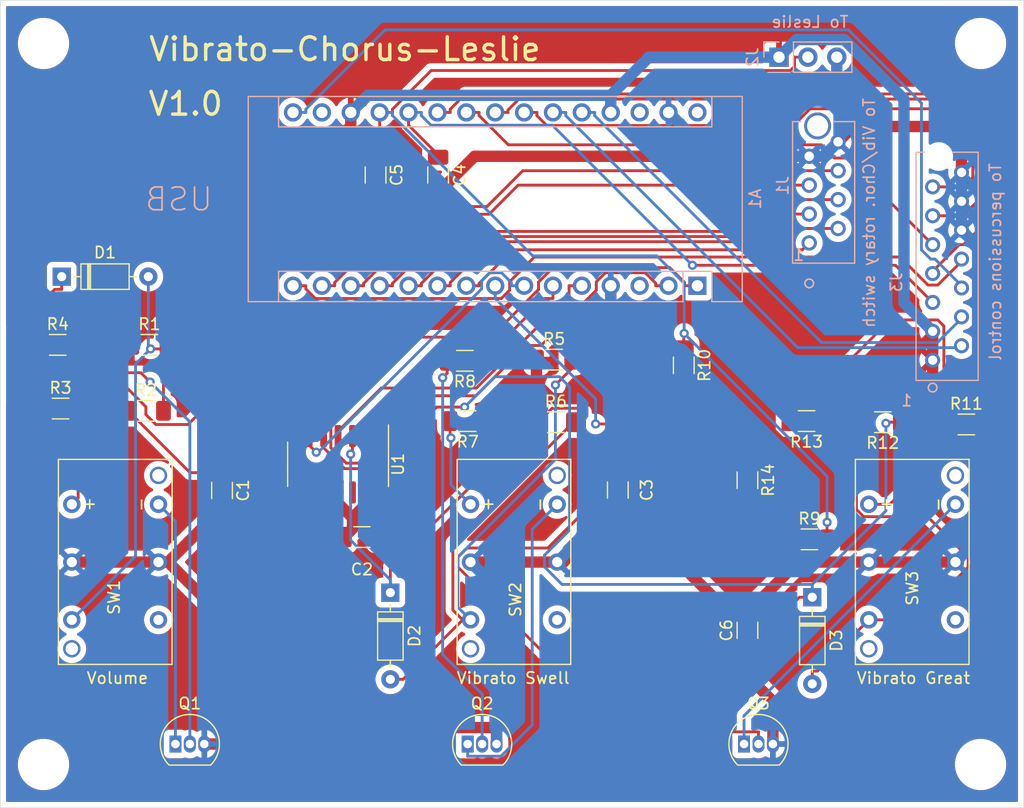
<source format=kicad_pcb>
(kicad_pcb (version 20211014) (generator pcbnew)
  (title_block (title "Vibrato-Chorus-Leslie") (date "2022-02-03") (rev "1.0") (company "Picherie"))
  (layers (0 "F.Cu" signal) (31 "B.Cu" signal) (34 "B.Paste" user) (35 "F.Paste" user) (36 "B.SilkS" user "B.Silkscreen") (37 "F.SilkS" user "F.Silkscreen") (38 "B.Mask" user) (39 "F.Mask" user) (44 "Edge.Cuts" user))
  (net 0 "")
  (net 1 "/VOLUME_SOFT_LED")
  (net 2 "/VOLUME_SWITCH")
  (net 3 "+5V")
  (net 4 "/EXPR_PEDAL")
  (net 5 "GND")
  (net 6 "/VIBRATO_SWELL_SWITCH")
  (net 7 "/PERC_HARM_THIRD_LED")
  (net 8 "/VIBRATO_SWELL_ON_LED")
  (net 9 "/PERC_HARM_SEL_SWITCH")
  (net 10 "/VIBRATO_GREAT_SWITCH")
  (net 11 "/PERC_DELAY_SWITCH")
  (net 12 "/VIBRATO_GREAT_ON_LED")
  (net 13 "/PERC_DELAY_FAST_LED")
  (net 14 "/V2")
  (net 15 "/PERC_VOLUME_SWITCH")
  (net 16 "/V1")
  (net 17 "/PERC_VOLUME_NORMAL_LED")
  (net 18 "/C1")
  (net 19 "/PERC_ON_LED")
  (net 20 "/PERC_SWITCH")
  (net 21 "Net-(C1-Pad1)")
  (net 22 "Net-(D1-Pad2)")
  (net 23 "Net-(D2-Pad2)")
  (net 24 "Net-(D3-Pad2)")
  (net 25 "Net-(A1-Pad19)")
  (net 26 "Net-(C3-Pad1)")
  (net 29 "Net-(Q2-Pad2)")
  (net 30 "Net-(Q2-Pad1)")
  (net 31 "Net-(Q3-Pad1)")
  (net 32 "Net-(Q3-Pad2)")
  (net 33 "Net-(R7-Pad2)")
  (net 36 "/C2")
  (net 37 "/V3")
  (net 38 "/C3")
  (net 39 "Net-(C6-Pad1)")
  (net 40 "Net-(Q1-Pad1)")
  (net 41 "Net-(Q1-Pad2)")
  (net 42 "Net-(R3-Pad2)")
  (net 43 "Net-(R13-Pad2)")
  (footprint "Capacitor_SMD:C_1206_3216Metric_Pad1.33x1.80mm_HandSolder" (layer "F.Cu") (at 125.5 105.1 -90)
    (fp_text reference "C1")
    (fp_text value "1uF" hide)
  )
  (footprint "Capacitor_SMD:C_1206_3216Metric_Pad1.33x1.80mm_HandSolder" (layer "F.Cu") (at 137.8 109.2 180)
    (fp_text reference "C2")
    (fp_text value "100n" hide)
  )
  (footprint "Capacitor_SMD:C_1206_3216Metric_Pad1.33x1.80mm_HandSolder" (layer "F.Cu") (at 160.3 105.0625 -90)
    (fp_text reference "C3")
    (fp_text value "1uF" hide)
  )
  (footprint "Capacitor_SMD:C_1206_3216Metric_Pad1.33x1.80mm_HandSolder" (layer "F.Cu") (at 144.5 77.3625 -90)
    (fp_text reference "C4")
    (fp_text value "100n" hide)
  )
  (footprint "Capacitor_SMD:C_1206_3216Metric_Pad1.33x1.80mm_HandSolder" (layer "F.Cu") (at 139 77.3625 -90)
    (fp_text reference "C5")
    (fp_text value "100n" hide)
  )
  (footprint "Diode_THT:D_DO-35_SOD27_P7.62mm_Horizontal" (layer "F.Cu") (at 140.3 114.09 -90)
    (fp_text reference "D2")
    (fp_text value "1N4148" hide)
  )
  (footprint "Diode_THT:D_DO-35_SOD27_P7.62mm_Horizontal" (layer "F.Cu") (at 177.4 114.49 -90)
    (fp_text reference "D3")
    (fp_text value "1N4148" hide)
  )
  (footprint "Resistor_SMD:R_1206_3216Metric_Pad1.30x1.75mm_HandSolder" (layer "F.Cu") (at 119.113 92.3)
    (fp_text reference "R1")
    (fp_text value "7.5K" hide)
  )
  (footprint "Resistor_SMD:R_1206_3216Metric_Pad1.30x1.75mm_HandSolder" (layer "F.Cu") (at 118.8 98.1)
    (fp_text reference "R2")
    (fp_text value "18K" hide)
  )
  (footprint "Resistor_SMD:R_1206_3216Metric_Pad1.30x1.75mm_HandSolder" (layer "F.Cu") (at 111.3 97.9)
    (fp_text reference "R3")
    (fp_text value "140" hide)
  )
  (footprint "Resistor_SMD:R_1206_3216Metric_Pad1.30x1.75mm_HandSolder" (layer "F.Cu") (at 111.05 92.3)
    (fp_text reference "R4")
    (fp_text value "2.8K" hide)
  )
  (footprint "Resistor_SMD:R_1206_3216Metric_Pad1.30x1.75mm_HandSolder" (layer "F.Cu") (at 154.7 93.6)
    (fp_text reference "R5")
    (fp_text value "7.5K" hide)
  )
  (footprint "Resistor_SMD:R_1206_3216Metric_Pad1.30x1.75mm_HandSolder" (layer "F.Cu") (at 154.85 99.1)
    (fp_text reference "R6")
    (fp_text value "18K" hide)
  )
  (footprint "Resistor_SMD:R_1206_3216Metric_Pad1.30x1.75mm_HandSolder" (layer "F.Cu") (at 147.1 99 180)
    (fp_text reference "R7")
    (fp_text value "140" hide)
  )
  (footprint "Resistor_SMD:R_1206_3216Metric_Pad1.30x1.75mm_HandSolder" (layer "F.Cu") (at 177.15 109.4)
    (fp_text reference "R9")
    (fp_text value "68K" hide)
  )
  (footprint "Resistor_SMD:R_1206_3216Metric_Pad1.30x1.75mm_HandSolder" (layer "F.Cu") (at 166.1 94.1 -90)
    (fp_text reference "R10")
    (fp_text value "68K" hide)
  )
  (footprint "Resistor_SMD:R_1206_3216Metric_Pad1.30x1.75mm_HandSolder" (layer "F.Cu") (at 190.95 99.3)
    (fp_text reference "R11")
    (fp_text value "7.5K" hide)
  )
  (footprint "b3_buttons_library:5511MBLKRED" (layer "F.Cu") (at 116.1 111.4 -90)
    (fp_text reference "SW1")
    (fp_text value "E-SWITCH-SW_Push_LED" hide)
  )
  (footprint "b3_buttons_library:5511MBLKRED" (layer "F.Cu") (at 151.16 111.4 -90)
    (fp_text reference "SW2")
    (fp_text value "E-SWITCH-SW_Push_LED" hide)
  )
  (footprint "b3_buttons_library:5511MBLKRED" (layer "F.Cu") (at 186.18 111.4 -90)
    (fp_text reference "SW3")
    (fp_text value "E-SWITCH-SW_Push_LED" hide)
  )
  (footprint "Resistor_SMD:R_1206_3216Metric_Pad1.30x1.75mm_HandSolder" (layer "F.Cu") (at 146.85 93.7 180)
    (fp_text reference "R8")
    (fp_text value "2.8K" hide)
  )
  (footprint "Capacitor_SMD:C_1206_3216Metric_Pad1.33x1.80mm_HandSolder" (layer "F.Cu") (at 171.7 117.4 90)
    (fp_text reference "C6")
    (fp_text value "1uF" hide)
  )
  (footprint "Package_SO:SOIC-14_3.9x8.7mm_P1.27mm" (layer "F.Cu") (at 135.7 102.8 -90)
    (fp_text reference "U1")
    (fp_text value "74HC14" hide)
  )
  (footprint "Diode_THT:D_DO-35_SOD27_P7.62mm_Horizontal" (layer "F.Cu") (at 111.4 86.3)
    (fp_text reference "D1")
    (fp_text value "1N4148" hide)
  )
  (footprint "MountingHole:MountingHole_3.5mm" (layer "F.Cu") (at 109.8 65.8)
    (fp_text reference "REF0" hide)
    (fp_text value "MountingHole_3.5mm" hide)
  )
  (footprint "MountingHole:MountingHole_3.5mm" (layer "F.Cu") (at 192.2 65.8)
    (fp_text reference "REF1" hide)
    (fp_text value "MountingHole_3.5mm" hide)
  )
  (footprint "MountingHole:MountingHole_3.5mm" (layer "F.Cu") (at 192.2 129.2)
    (fp_text reference "REF2" hide)
    (fp_text value "MountingHole_3.5mm" hide)
  )
  (footprint "MountingHole:MountingHole_3.5mm" (layer "F.Cu") (at 109.8 129.2)
    (fp_text reference "REF3" hide)
    (fp_text value "MountingHole_3.5mm" hide)
  )
  (footprint "Package_TO_SOT_THT:TO-92_Inline" (layer "F.Cu") (at 121.4 127.4)
    (fp_text reference "Q1")
    (fp_text value "BC547" hide)
  )
  (footprint "Package_TO_SOT_THT:TO-92_Inline" (layer "F.Cu") (at 147.1 127.4)
    (fp_text reference "Q2")
    (fp_text value "BC547" hide)
  )
  (footprint "Package_TO_SOT_THT:TO-92_Inline" (layer "F.Cu") (at 171.4 127.4)
    (fp_text reference "Q3")
    (fp_text value "BC547" hide)
  )
  (footprint "Resistor_SMD:R_1206_3216Metric_Pad1.30x1.75mm_HandSolder" (layer "F.Cu") (at 183.6 99.1 180)
    (fp_text reference "R12")
    (fp_text value "18K" hide)
  )
  (footprint "Resistor_SMD:R_1206_3216Metric_Pad1.30x1.75mm_HandSolder" (layer "F.Cu") (at 176.9 99 180)
    (fp_text reference "R13")
    (fp_text value "140" hide)
  )
  (footprint "Resistor_SMD:R_1206_3216Metric_Pad1.30x1.75mm_HandSolder" (layer "F.Cu") (at 171.7 104.2 -90)
    (fp_text reference "R14")
    (fp_text value "2.8K" hide)
  )
  (footprint "Module:Arduino_Nano" (layer "B.Cu") (at 167.3 87.1 90)
    (fp_text reference "A1")
    (fp_text value "Arduino_Nano_v3.x" hide)
  )
  (footprint "b3_connectors_library:MicroMatch_2x04_P1.27mm_Vertical" (layer "B.Cu") (at 177.13 83.337 90)
    (fp_text reference "J1")
    (fp_text value "7-215079-8" hide)
  )
  (footprint "b3_connectors_library:MicroMatch_2x07_P1.27mm_Vertical" (layer "B.Cu") (at 188.03 93.6596 90)
    (fp_text reference "J3")
    (fp_text value "8-215079-4" hide)
  )
  (footprint "Connector_PinHeader_2.54mm:PinHeader_1x03_P2.54mm_Vertical" (layer "B.Cu") (at 174.475 67 -90)
    (fp_text reference "J2")
    (fp_text value "Conn_01x03")
  )
  (gr_line (start 106 133) (end 196 133) (layer "Edge.Cuts") (width 0.05))
  (gr_line (start 196 62) (end 196 133) (layer "Edge.Cuts") (width 0.05))
  (gr_line (start 106 62) (end 106 133) (layer "Edge.Cuts") (width 0.05))
  (gr_line (start 106 62) (end 196 62) (layer "Edge.Cuts") (width 0.05))
  (gr_text "1" (at 176.2 84.4) (layer "B.SilkS") (effects (font (size 1 1)) (justify mirror)))
  (gr_text "USB" (at 121.7 79.5) (layer "B.SilkS") (effects (font (size 2 2)) (justify mirror)))
  (gr_text "To Leslie" (at 177.2 63.9) (layer "B.SilkS") (effects (font (size 1 1)) (justify mirror)))
  (gr_text "To percussions control" (at 193.5 85 90) (layer "B.SilkS") (effects (font (size 1 1)) (justify mirror)))
  (gr_text "1" (at 185.7 97.2) (layer "B.SilkS") (effects (font (size 1 1)) (justify mirror)))
  (gr_text "To Vib/Chor. rotary switch" (at 182.4 80.7 90) (layer "B.SilkS") (effects (font (size 1 1)) (justify mirror)))
  (gr_text "Vibrato Great" (at 186.3 121.6) (layer "F.SilkS") (effects (font (size 1 1))))
  (gr_text "Vibrato Swell" (at 151.1 121.6) (layer "F.SilkS") (effects (font (size 1 1))))
  (gr_text "Volume" (at 116.3 121.6) (layer "F.SilkS") (effects (font (size 1 1))))
  (gr_text "V1.0" (at 122.3 71.1) (layer "F.SilkS") (effects (font (size 2 2) (thickness 0.3))))
  (gr_text "Vibrato-Chorus-Leslie" (at 136.3 66.3) (layer "F.SilkS") (effects (font (size 2 2) (thickness 0.3))))
  (segment (start 116.2578 95.2029) (end 112.4029 95.2029) (width 0.25) (layer "F.Cu") (net 1))
  (segment (start 164.8603 85.5042) (end 154.6042 85.5042) (width 0.25) (layer "F.Cu") (net 1))
  (segment (start 118.8 98.4208) (end 118.8 97.7451) (width 0.25) (layer "F.Cu") (net 1))
  (segment (start 122.508 99.3032) (end 119.6824 99.3032) (width 0.25) (layer "F.Cu") (net 1))
  (segment (start 118.8 97.7451) (end 116.2578 95.2029) (width 0.25) (layer "F.Cu") (net 1))
  (segment (start 153.33 86.7784) (end 153.33 87.4308) (width 0.25) (layer "F.Cu") (net 1))
  (segment (start 130.1907 91.6205) (end 122.508 99.3032) (width 0.25) (layer "F.Cu") (net 1))
  (segment (start 166.1747 86.8186) (end 164.8603 85.5042) (width 0.25) (layer "F.Cu") (net 1))
  (segment (start 153.33 87.4308) (end 149.1403 91.6205) (width 0.25) (layer "F.Cu") (net 1))
  (segment (start 167.3 87.1) (end 166.1747 87.1) (width 0.25) (layer "F.Cu") (net 1))
  (segment (start 166.1747 87.1) (end 166.1747 86.8186) (width 0.25) (layer "F.Cu") (net 1))
  (segment (start 112.4029 95.2029) (end 109.5 92.3) (width 0.25) (layer "F.Cu") (net 1))
  (segment (start 149.1403 91.6205) (end 130.1907 91.6205) (width 0.25) (layer "F.Cu") (net 1))
  (segment (start 154.6042 85.5042) (end 153.33 86.7784) (width 0.25) (layer "F.Cu") (net 1))
  (segment (start 119.6824 99.3032) (end 118.8 98.4208) (width 0.25) (layer "F.Cu") (net 1))
  (segment (start 147.8202 96.7754) (end 141.3945 96.7754) (width 0.25) (layer "F.Cu") (net 2))
  (segment (start 158.41 87.4913) (end 153.5474 92.3539) (width 0.25) (layer "F.Cu") (net 2))
  (segment (start 163.6347 86.8835) (end 162.7057 85.9545) (width 0.25) (layer "F.Cu") (net 2))
  (segment (start 159.2127 85.9545) (end 158.41 86.7572) (width 0.25) (layer "F.Cu") (net 2))
  (segment (start 152.2417 92.3539) (end 147.8202 96.7754) (width 0.25) (layer "F.Cu") (net 2))
  (segment (start 164.76 87.1) (end 163.6347 87.1) (width 0.25) (layer "F.Cu") (net 2))
  (segment (start 141.3945 96.7754) (end 138.24 99.9299) (width 0.25) (layer "F.Cu") (net 2))
  (segment (start 153.5474 92.3539) (end 152.2417 92.3539) (width 0.25) (layer "F.Cu") (net 2))
  (segment (start 158.41 86.7572) (end 158.41 87.4913) (width 0.25) (layer "F.Cu") (net 2))
  (segment (start 163.6347 87.1) (end 163.6347 86.8835) (width 0.25) (layer "F.Cu") (net 2))
  (segment (start 138.24 99.9299) (end 138.24 100.325) (width 0.25) (layer "F.Cu") (net 2))
  (segment (start 162.7057 85.9545) (end 159.2127 85.9545) (width 0.25) (layer "F.Cu") (net 2))
  (segment (start 153.15 95.7185) (end 154.4601 97.0286) (width 1) (layer "F.Cu") (net 3))
  (segment (start 187.9852 97.5231) (end 187.9852 97.8852) (width 1) (layer "F.Cu") (net 3))
  (segment (start 153.15 93.6) (end 153.15 95.7185) (width 1) (layer "F.Cu") (net 3))
  (segment (start 142.436 105.275) (end 139.51 105.275) (width 1) (layer "F.Cu") (net 3))
  (segment (start 154.4601 97.0286) (end 170.7786 97.0286) (width 1) (layer "F.Cu") (net 3))
  (segment (start 175.6 101.85) (end 178.45 99) (width 1) (layer "F.Cu") (net 3))
  (segment (start 149.8685 99) (end 153.15 95.7185) (width 1) (layer "F.Cu") (net 3))
  (segment (start 108.116 91.2997) (end 108.116 96.266) (width 1) (layer "F.Cu") (net 3))
  (segment (start 117.563 92.3) (end 115.9808 90.7178) (width 1) (layer "F.Cu") (net 3))
  (segment (start 139.51 105.275) (end 139.51 109.0525) (width 1) (layer "F.Cu") (net 3))
  (segment (start 136.5027 73.3603) (end 117.563 92.3) (width 1) (layer "F.Cu") (net 3))
  (segment (start 148.65 99) (end 149.8685 99) (width 1) (layer "F.Cu") (net 3))
  (segment (start 187.9852 91.107) (end 187.9852 93.647) (width 1) (layer "F.Cu") (net 3))
  (segment (start 108.6979 90.7178) (end 108.116 91.2997) (width 1) (layer "F.Cu") (net 3))
  (segment (start 178.45 99) (end 179.9269 97.5231) (width 1) (layer "F.Cu") (net 3))
  (segment (start 175.6 109.4) (end 175.6 101.85) (width 1) (layer "F.Cu") (net 3))
  (segment (start 139.51 109.0525) (end 139.3625 109.2) (width 1) (layer "F.Cu") (net 3))
  (segment (start 179.9269 97.5231) (end 187.9852 97.5231) (width 1) (layer "F.Cu") (net 3))
  (segment (start 148.65 99) (end 148.65 99.061) (width 1) (layer "F.Cu") (net 3))
  (segment (start 136.82 71.86) (end 136.82 73.3603) (width 1) (layer "F.Cu") (net 3))
  (segment (start 187.9852 93.647) (end 187.9852 97.5231) (width 1) (layer "F.Cu") (net 3))
  (segment (start 187.9852 97.8852) (end 189.4 99.3) (width 1) (layer "F.Cu") (net 3))
  (segment (start 170.7786 97.0286) (end 175.6 101.85) (width 1) (layer "F.Cu") (net 3))
  (segment (start 108.116 96.266) (end 109.75 97.9) (width 1) (layer "F.Cu") (net 3))
  (segment (start 148.65 99.061) (end 142.436 105.275) (width 1) (layer "F.Cu") (net 3))
  (segment (start 136.82 73.3603) (end 136.5027 73.3603) (width 1) (layer "F.Cu") (net 3))
  (segment (start 115.9808 90.7178) (end 108.6979 90.7178) (width 1) (layer "F.Cu") (net 3))
  (segment (start 174.475 67) (end 163.0397 67) (width 1) (layer "B.Cu") (net 3))
  (segment (start 176.0253 65.4497) (end 174.475 67) (width 1) (layer "B.Cu") (net 3))
  (segment (start 185.4636 70.7102) (end 180.2031 65.4497) (width 1) (layer "B.Cu") (net 3))
  (segment (start 185.4636 88.5854) (end 185.4636 70.7102) (width 1) (layer "B.Cu") (net 3))
  (segment (start 187.9852 91.107) (end 185.4636 88.5854) (width 1) (layer "B.Cu") (net 3))
  (segment (start 159.68 71.86) (end 159.68 70.3597) (width 1) (layer "B.Cu") (net 3))
  (segment (start 138.3203 70.3597) (end 136.82 71.86) (width 1) (layer "B.Cu") (net 3))
  (segment (start 159.68 70.3597) (end 138.3203 70.3597) (width 1) (layer "B.Cu") (net 3))
  (segment (start 163.0397 67) (end 159.68 70.3597) (width 1) (layer "B.Cu") (net 3))
  (segment (start 180.2031 65.4497) (end 176.0253 65.4497) (width 1) (layer "B.Cu") (net 3))
  (segment (start 141.9 72.9853) (end 144.5 75.5853) (width 0.25) (layer "F.Cu") (net 4))
  (segment (start 141.9 71.86) (end 141.9 72.9853) (width 0.25) (layer "F.Cu") (net 4))
  (segment (start 187.9852 88.567) (end 184.7205 85.3023) (width 0.25) (layer "F.Cu") (net 4))
  (segment (start 144.5 75.5853) (end 144.5 75.8) (width 0.25) (layer "F.Cu") (net 4))
  (segment (start 184.7205 85.3023) (end 166.8623 85.3023) (width 0.25) (layer "F.Cu") (net 4))
  (via (at 166.8623 85.3023) (size 0.8) (drill 0.4) (layers "F.Cu" "B.Cu") (net 4))
  (segment (start 143.8692 72.9853) (end 143.0253 72.1414) (width 0.25) (layer "B.Cu") (net 4))
  (segment (start 143.0253 72.1414) (end 143.0253 71.86) (width 0.25) (layer "B.Cu") (net 4))
  (segment (start 141.9 71.86) (end 143.0253 71.86) (width 0.25) (layer "B.Cu") (net 4))
  (segment (start 154.5453 72.9853) (end 143.8692 72.9853) (width 0.25) (layer "B.Cu") (net 4))
  (segment (start 166.8623 85.3023) (end 154.5453 72.9853) (width 0.25) (layer "B.Cu") (net 4))
  (segment (start 126.6156 117.2531) (end 120.7625 111.4) (width 1) (layer "F.Cu") (net 5))
  (segment (start 138.24 106.2275) (end 136.9699 107.4976) (width 1) (layer "F.Cu") (net 5))
  (segment (start 131.89 102.5346) (end 133.16 103.8046) (width 1) (layer "F.Cu") (net 5))
  (segment (start 181.017 73.1) (end 179.67 74.447) (width 1) (layer "F.Cu") (net 5))
  (segment (start 190.525242 77.137005) (end 190.525242 74.125242) (width 1) (layer "F.Cu") (net 5))
  (segment (start 136.9699 108.4676) (end 136.2375 109.2) (width 1) (layer "F.Cu") (net 5))
  (segment (start 139 78.925) (end 144.5 78.925) (width 1) (layer "F.Cu") (net 5))
  (segment (start 133.16 103.8046) (end 133.16 105.275) (width 1) (layer "F.Cu") (net 5))
  (segment (start 189.5 73.1) (end 181.017 73.1) (width 1) (layer "F.Cu") (net 5))
  (segment (start 173.94 123.655) (end 173.94 127.4) (width 1) (layer "F.Cu") (net 5))
  (segment (start 138.24 105.275) (end 138.24 106.2275) (width 1) (layer "F.Cu") (net 5))
  (segment (start 129.6279 102.5346) (end 131.89 102.5346) (width 1) (layer "F.Cu") (net 5))
  (segment (start 159.68 87.1) (end 159.68 89.23) (width 1) (layer "F.Cu") (net 5))
  (segment (start 170.0525 119.7675) (end 173.94 123.655) (width 1) (layer "F.Cu") (net 5))
  (segment (start 133.16 103.8046) (end 133.3781 103.5865) (width 1) (layer "F.Cu") (net 5))
  (segment (start 119.91 111.4) (end 120.7625 111.4) (width 1) (layer "F.Cu") (net 5))
  (segment (start 120.7625 111.4) (end 125.5 106.6625) (width 1) (layer "F.Cu") (net 5))
  (segment (start 160.3 106.625) (end 155.525 111.4) (width 1) (layer "F.Cu") (net 5))
  (segment (start 134.9589 103.5865) (end 135.7 104.3276) (width 1) (layer "F.Cu") (net 5))
  (segment (start 135.7 106.2277) (end 136.9699 107.4976) (width 1) (layer "F.Cu") (net 5))
  (segment (start 136.9699 107.4976) (end 136.9699 108.4676) (width 1) (layer "F.Cu") (net 5))
  (segment (start 133.3781 103.5865) (end 134.9589 103.5865) (width 1) (layer "F.Cu") (net 5))
  (segment (start 135.7 105.275) (end 135.7 106.2277) (width 1) (layer "F.Cu") (net 5))
  (segment (start 149.64 127.4) (end 149.64 125.9497) (width 1) (layer "F.Cu") (net 5))
  (segment (start 112.29 111.4) (end 119.91 111.4) (width 1) (layer "F.Cu") (net 5))
  (segment (start 125.5 106.6625) (end 129.6279 102.5346) (width 1) (layer "F.Cu") (net 5))
  (segment (start 176.1375 111.4) (end 182.37 111.4) (width 1) (layer "F.Cu") (net 5))
  (segment (start 155.525 111.4) (end 154.97 111.4) (width 1) (layer "F.Cu") (net 5))
  (segment (start 126.6156 125.9497) (end 125.1653 127.4) (width 1) (layer "F.Cu") (net 5))
  (segment (start 189.99 111.4) (end 182.37 111.4) (width 1) (layer "F.Cu") (net 5))
  (segment (start 131.89 102.5346) (end 131.89 100.325) (width 1) (layer "F.Cu") (net 5))
  (segment (start 154.97 111.4) (end 147.35 111.4) (width 1) (layer "F.Cu") (net 5))
  (segment (start 160.84 106.625) (end 160.3 106.625) (width 1) (layer "F.Cu") (net 5))
  (segment (start 126.6156 125.9497) (end 126.6156 117.2531) (width 1) (layer "F.Cu") (net 5))
  (segment (start 135.7 104.3276) (end 135.7 105.275) (width 1) (layer "F.Cu") (net 5))
  (segment (start 123.94 127.4) (end 125.1653 127.4) (width 1) (layer "F.Cu") (net 5))
  (segment (start 159.68 89.23) (end 166.1 95.65) (width 1) (layer "F.Cu") (net 5))
  (segment (start 144.5 78.925) (end 147.708 75.717) (width 1) (layer "F.Cu") (net 5))
  (segment (start 171.7 115.8375) (end 170.0525 115.8375) (width 1) (layer "F.Cu") (net 5))
  (segment (start 170.0525 115.8375) (end 170.0525 119.7675) (width 1) (layer "F.Cu") (net 5))
  (segment (start 190.525242 74.125242) (end 189.5 73.1) (width 1) (layer "F.Cu") (net 5))
  (segment (start 147.708 75.717) (end 177.13 75.717) (width 1) (layer "F.Cu") (net 5))
  (segment (start 171.7 115.8375) (end 176.1375 111.4) (width 1) (layer "F.Cu") (net 5))
  (segment (start 149.64 125.9497) (end 126.6156 125.9497) (width 1) (layer "F.Cu") (net 5))
  (segment (start 170.0525 115.8375) (end 160.84 106.625) (width 1) (layer "F.Cu") (net 5))
  (segment (start 179.555 67) (end 179.555 68.5503) (width 1) (layer "B.Cu") (net 5))
  (segment (start 168.617 75.717) (end 164.76 71.86) (width 1) (layer "B.Cu") (net 5))
  (segment (start 191.9377 109.4523) (end 189.99 111.4) (width 1) (layer "B.Cu") (net 5))
  (segment (start 179.7517 68.747) (end 179.7517 74.3653) (width 1) (layer "B.Cu") (net 5))
  (segment (start 177.13 75.717) (end 168.617 75.717) (width 1) (layer "B.Cu") (net 5))
  (segment (start 159.68 106.69) (end 154.97 111.4) (width 1) (layer "B.Cu") (net 5))
  (segment (start 190.5252 79.677) (end 190.5252 82.217) (width 1) (layer "B.Cu") (net 5))
  (segment (start 190.5252 82.217) (end 191.9377 83.6295) (width 1) (layer "B.Cu") (net 5))
  (segment (start 191.9377 83.6295) (end 191.9377 109.4523) (width 1) (layer "B.Cu") (net 5))
  (segment (start 149.64 127.4) (end 149.64 113.69) (width 1) (layer "B.Cu") (net 5))
  (segment (start 179.555 68.5503) (end 179.7517 68.747) (width 1) (layer "B.Cu") (net 5))
  (segment (start 149.64 113.69) (end 147.35 111.4) (width 1) (layer "B.Cu") (net 5))
  (segment (start 190.5252 77.137) (end 190.5252 79.677) (width 1) (layer "B.Cu") (net 5))
  (segment (start 159.68 87.1) (end 159.68 106.69) (width 1) (layer "B.Cu") (net 5))
  (segment (start 178.4 75.717) (end 177.13 75.717) (width 1) (layer "B.Cu") (net 5))
  (segment (start 179.67 74.447) (end 178.4 75.717) (width 1) (layer "B.Cu") (net 5))
  (segment (start 179.7517 74.3653) (end 179.67 74.447) (width 1) (layer "B.Cu") (net 5))
  (segment (start 157.14 87.1) (end 156.0147 87.1) (width 0.25) (layer "F.Cu") (net 6))
  (segment (start 135.7 99.8965) (end 135.7 100.325) (width 0.25) (layer "F.Cu") (net 6))
  (segment (start 147.862 96.0967) (end 139.4998 96.0967) (width 0.25) (layer "F.Cu") (net 6))
  (segment (start 156.0147 87.944) (end 147.862 96.0967) (width 0.25) (layer "F.Cu") (net 6))
  (segment (start 156.0147 87.1) (end 156.0147 87.944) (width 0.25) (layer "F.Cu") (net 6))
  (segment (start 139.4998 96.0967) (end 135.7 99.8965) (width 0.25) (layer "F.Cu") (net 6))
  (segment (start 187.9852 86.027) (end 187.9852 85.8302) (width 0.25) (layer "F.Cu") (net 7))
  (segment (start 146.908 70.236) (end 145.5653 71.5787) (width 0.25) (layer "F.Cu") (net 7))
  (segment (start 190.3284 83.487) (end 190.6981 83.487) (width 0.25) (layer "F.Cu") (net 7))
  (segment (start 145.5653 71.86) (end 144.44 71.86) (width 0.25) (layer "F.Cu") (net 7))
  (segment (start 190.6981 83.487) (end 192.4568 81.7283) (width 0.25) (layer "F.Cu") (net 7))
  (segment (start 190.636 70.236) (end 146.908 70.236) (width 0.25) (layer "F.Cu") (net 7))
  (segment (start 192.4568 81.7283) (end 192.4568 72.0568) (width 0.25) (layer "F.Cu") (net 7))
  (segment (start 192.4568 72.0568) (end 190.636 70.236) (width 0.25) (layer "F.Cu") (net 7))
  (segment (start 187.9852 85.8302) (end 190.3284 83.487) (width 0.25) (layer "F.Cu") (net 7))
  (segment (start 145.5653 71.5787) (end 145.5653 71.86) (width 0.25) (layer "F.Cu") (net 7))
  (segment (start 153.8747 88.2253) (end 148.4 93.7) (width 0.25) (layer "F.Cu") (net 8))
  (segment (start 154.6 87.1) (end 154.6 88.2253) (width 0.25) (layer "F.Cu") (net 8))
  (segment (start 154.6 88.2253) (end 153.8747 88.2253) (width 0.25) (layer "F.Cu") (net 8))
  (segment (start 148.1053 72.1413) (end 150.6735 74.7095) (width 0.25) (layer "F.Cu") (net 9))
  (segment (start 146.98 71.86) (end 148.1053 71.86) (width 0.25) (layer "F.Cu") (net 9))
  (segment (start 180.3745 75.8763) (end 187.9852 83.487) (width 0.25) (layer "F.Cu") (net 9))
  (segment (start 179.3535 75.8763) (end 180.3745 75.8763) (width 0.25) (layer "F.Cu") (net 9))
  (segment (start 178.1867 74.7095) (end 179.3535 75.8763) (width 0.25) (layer "F.Cu") (net 9))
  (segment (start 148.1053 71.86) (end 148.1053 72.1413) (width 0.25) (layer "F.Cu") (net 9))
  (segment (start 150.6735 74.7095) (end 178.1867 74.7095) (width 0.25) (layer "F.Cu") (net 9))
  (segment (start 133.16 101.117) (end 133.7844 101.7414) (width 0.25) (layer "F.Cu") (net 10))
  (segment (start 133.16 100.325) (end 133.16 101.117) (width 0.25) (layer "F.Cu") (net 10))
  (via (at 133.7844 101.7414) (size 0.8) (drill 0.4) (layers "F.Cu" "B.Cu") (net 10))
  (segment (start 150.9347 87.1) (end 150.9347 86.8187) (width 0.25) (layer "B.Cu") (net 10))
  (segment (start 149.0328 85.9587) (end 148.3239 86.6676) (width 0.25) (layer "B.Cu") (net 10))
  (segment (start 150.9347 86.8187) (end 150.0747 85.9587) (width 0.25) (layer "B.Cu") (net 10))
  (segment (start 148.3239 87.3803) (end 133.9628 101.7414) (width 0.25) (layer "B.Cu") (net 10))
  (segment (start 152.06 87.1) (end 150.9347 87.1) (width 0.25) (layer "B.Cu") (net 10))
  (segment (start 133.9628 101.7414) (end 133.7844 101.7414) (width 0.25) (layer "B.Cu") (net 10))
  (segment (start 150.0747 85.9587) (end 149.0328 85.9587) (width 0.25) (layer "B.Cu") (net 10))
  (segment (start 148.3239 86.6676) (end 148.3239 87.3803) (width 0.25) (layer "B.Cu") (net 10))
  (segment (start 150.6453 71.86) (end 149.52 71.86) (width 0.25) (layer "F.Cu") (net 11))
  (segment (start 192.0065 72.6065) (end 190.0863 70.6863) (width 0.25) (layer "F.Cu") (net 11))
  (segment (start 192.0065 79.5905) (end 192.0065 72.6065) (width 0.25) (layer "F.Cu") (net 11))
  (segment (start 190.0863 70.6863) (end 151.602 70.6863) (width 0.25) (layer "F.Cu") (net 11))
  (segment (start 190.65 80.947) (end 192.0065 79.5905) (width 0.25) (layer "F.Cu") (net 11))
  (segment (start 151.602 70.6863) (end 150.6453 71.643) (width 0.25) (layer "F.Cu") (net 11))
  (segment (start 187.9852 80.947) (end 190.65 80.947) (width 0.25) (layer "F.Cu") (net 11))
  (segment (start 150.6453 71.643) (end 150.6453 71.86) (width 0.25) (layer "F.Cu") (net 11))
  (segment (start 158.3506 99.2568) (end 168.3068 99.2568) (width 0.25) (layer "F.Cu") (net 12))
  (segment (start 168.3068 99.2568) (end 171.7 102.65) (width 0.25) (layer "F.Cu") (net 12))
  (via (at 158.3506 99.2568) (size 0.8) (drill 0.4) (layers "F.Cu" "B.Cu") (net 12))
  (segment (start 149.52 88.2253) (end 158.3506 97.0559) (width 0.25) (layer "B.Cu") (net 12))
  (segment (start 149.52 87.1) (end 149.52 88.2253) (width 0.25) (layer "B.Cu") (net 12))
  (segment (start 158.3506 97.0559) (end 158.3506 99.2568) (width 0.25) (layer "B.Cu") (net 12))
  (segment (start 191.5154 77.5766) (end 190.685 78.407) (width 0.25) (layer "F.Cu") (net 13))
  (segment (start 153.1853 72.1413) (end 154.0557 73.0117) (width 0.25) (layer "F.Cu") (net 13))
  (segment (start 190.685 78.407) (end 187.9852 78.407) (width 0.25) (layer "F.Cu") (net 13))
  (segment (start 191.5154 73.1154) (end 191.5154 77.5766) (width 0.25) (layer "F.Cu") (net 13))
  (segment (start 152.06 71.86) (end 153.1853 71.86) (width 0.25) (layer "F.Cu") (net 13))
  (segment (start 154.0557 73.0117) (end 175.7377 73.0117) (width 0.25) (layer "F.Cu") (net 13))
  (segment (start 189.9403 71.5403) (end 191.5154 73.1154) (width 0.25) (layer "F.Cu") (net 13))
  (segment (start 177.2091 71.5403) (end 189.9403 71.5403) (width 0.25) (layer "F.Cu") (net 13))
  (segment (start 153.1853 71.86) (end 153.1853 72.1413) (width 0.25) (layer "F.Cu") (net 13))
  (segment (start 175.7377 73.0117) (end 177.2091 71.5403) (width 0.25) (layer "F.Cu") (net 13))
  (segment (start 175.8563 80.797) (end 173.8777 82.7756) (width 0.25) (layer "F.Cu") (net 14))
  (segment (start 173.8777 82.7756) (end 147.1497 82.7756) (width 0.25) (layer "F.Cu") (net 14))
  (segment (start 143.0253 86.9) (end 143.0253 87.1) (width 0.25) (layer "F.Cu") (net 14))
  (segment (start 177.13 80.797) (end 175.8563 80.797) (width 0.25) (layer "F.Cu") (net 14))
  (segment (start 141.9 87.1) (end 143.0253 87.1) (width 0.25) (layer "F.Cu") (net 14))
  (segment (start 147.1497 82.7756) (end 143.0253 86.9) (width 0.25) (layer "F.Cu") (net 14))
  (segment (start 190.5252 92.377) (end 190.3562 92.546) (width 0.25) (layer "B.Cu") (net 15))
  (segment (start 176.13 92.546) (end 155.7253 72.1413) (width 0.25) (layer "B.Cu") (net 15))
  (segment (start 154.6 71.86) (end 155.7253 71.86) (width 0.25) (layer "B.Cu") (net 15))
  (segment (start 155.7253 72.1413) (end 155.7253 71.86) (width 0.25) (layer "B.Cu") (net 15))
  (segment (start 190.3562 92.546) (end 176.13 92.546) (width 0.25) (layer "B.Cu") (net 15))
  (segment (start 177.13 83.337) (end 176.5271 83.9399) (width 0.25) (layer "F.Cu") (net 16))
  (segment (start 148.1053 86.8955) (end 148.1053 87.1) (width 0.25) (layer "F.Cu") (net 16))
  (segment (start 151.0609 83.9399) (end 148.1053 86.8955) (width 0.25) (layer "F.Cu") (net 16))
  (segment (start 146.98 87.1) (end 148.1053 87.1) (width 0.25) (layer "F.Cu") (net 16))
  (segment (start 176.5271 83.9399) (end 151.0609 83.9399) (width 0.25) (layer "F.Cu") (net 16))
  (segment (start 190.5252 89.971) (end 188.4006 92.0956) (width 0.25) (layer "B.Cu") (net 17))
  (segment (start 190.5252 89.837) (end 190.5252 89.971) (width 0.25) (layer "B.Cu") (net 17))
  (segment (start 178.2196 92.0956) (end 158.2653 72.1413) (width 0.25) (layer "B.Cu") (net 17))
  (segment (start 158.2653 72.1413) (end 158.2653 71.86) (width 0.25) (layer "B.Cu") (net 17))
  (segment (start 188.4006 92.0956) (end 178.2196 92.0956) (width 0.25) (layer "B.Cu") (net 17))
  (segment (start 157.14 71.86) (end 158.2653 71.86) (width 0.25) (layer "B.Cu") (net 17))
  (segment (start 179.67 82.067) (end 175.5414 82.067) (width 0.25) (layer "F.Cu") (net 18))
  (segment (start 149.1581 83.2259) (end 145.5653 86.8187) (width 0.25) (layer "F.Cu") (net 18))
  (segment (start 144.44 87.1) (end 145.5653 87.1) (width 0.25) (layer "F.Cu") (net 18))
  (segment (start 175.5414 82.067) (end 174.3825 83.2259) (width 0.25) (layer "F.Cu") (net 18))
  (segment (start 174.3825 83.2259) (end 149.1581 83.2259) (width 0.25) (layer "F.Cu") (net 18))
  (segment (start 145.5653 86.8187) (end 145.5653 87.1) (width 0.25) (layer "F.Cu") (net 18))
  (segment (start 188.4352 87.0439) (end 187.5812 87.0439) (width 0.25) (layer "F.Cu") (net 19))
  (segment (start 190.5252 84.757) (end 190.5252 84.9539) (width 0.25) (layer "F.Cu") (net 19))
  (segment (start 131.74 87.1) (end 132.8653 87.1) (width 0.25) (layer "F.Cu") (net 19))
  (segment (start 133.7092 88.2253) (end 132.8653 87.3814) (width 0.25) (layer "F.Cu") (net 19))
  (segment (start 150.79 86.7442) (end 150.79 87.4849) (width 0.25) (layer "F.Cu") (net 19))
  (segment (start 152.9573 84.5769) (end 150.79 86.7442) (width 0.25) (layer "F.Cu") (net 19))
  (segment (start 190.5252 84.9539) (end 188.4352 87.0439) (width 0.25) (layer "F.Cu") (net 19))
  (segment (start 150.79 87.4849) (end 150.0496 88.2253) (width 0.25) (layer "F.Cu") (net 19))
  (segment (start 187.5812 87.0439) (end 185.1142 84.5769) (width 0.25) (layer "F.Cu") (net 19))
  (segment (start 132.8653 87.3814) (end 132.8653 87.1) (width 0.25) (layer "F.Cu") (net 19))
  (segment (start 150.0496 88.2253) (end 133.7092 88.2253) (width 0.25) (layer "F.Cu") (net 19))
  (segment (start 185.1142 84.5769) (end 152.9573 84.5769) (width 0.25) (layer "F.Cu") (net 19))
  (segment (start 190.5252 87.297) (end 190.5252 87.1001) (width 0.25) (layer "B.Cu") (net 20))
  (segment (start 186.9995 71.0363) (end 180.5663 64.6031) (width 0.25) (layer "B.Cu") (net 20))
  (segment (start 180.5663 64.6031) (end 139.8409 64.6031) (width 0.25) (layer "B.Cu") (net 20))
  (segment (start 188.1821 84.757) (end 187.8124 84.757) (width 0.25) (layer "B.Cu") (net 20))
  (segment (start 186.9995 83.9441) (end 186.9995 71.0363) (width 0.25) (layer "B.Cu") (net 20))
  (segment (start 190.5252 87.1001) (end 188.1821 84.757) (width 0.25) (layer "B.Cu") (net 20))
  (segment (start 187.8124 84.757) (end 186.9995 83.9441) (width 0.25) (layer "B.Cu") (net 20))
  (segment (start 131.74 71.86) (end 132.8653 71.86) (width 0.25) (layer "B.Cu") (net 20))
  (segment (start 132.8653 71.5787) (end 132.8653 71.86) (width 0.25) (layer "B.Cu") (net 20))
  (segment (start 139.8409 64.6031) (end 132.8653 71.5787) (width 0.25) (layer "B.Cu") (net 20))
  (segment (start 110.7846 87.4253) (end 107.2906 90.9193) (width 0.25) (layer "F.Cu") (net 21))
  (segment (start 107.2906 90.9193) (end 107.2906 97.2805) (width 0.25) (layer "F.Cu") (net 21))
  (segment (start 135.065 99.2448) (end 134.7966 98.9764) (width 0.25) (layer "F.Cu") (net 21))
  (segment (start 111.3 97.5989) (end 112.212 96.6869) (width 0.25) (layer "F.Cu") (net 21))
  (segment (start 110.4563 99.11) (end 111.3 98.2663) (width 0.25) (layer "F.Cu") (net 21))
  (segment (start 134.7966 98.9764) (end 130.0611 98.9764) (width 0.25) (layer "F.Cu") (net 21))
  (segment (start 111.4 86.3) (end 111.4 87.4253) (width 0.25) (layer "F.Cu") (net 21))
  (segment (start 117.25 98.1) (end 122.6875 103.5375) (width 0.25) (layer "F.Cu") (net 21))
  (segment (start 137.5308 102.7021) (end 136.4231 102.7021) (width 0.25) (layer "F.Cu") (net 21))
  (segment (start 112.212 96.6869) (end 115.8369 96.6869) (width 0.25) (layer "F.Cu") (net 21))
  (segment (start 130.0611 98.9764) (end 125.5 103.5375) (width 0.25) (layer "F.Cu") (net 21))
  (segment (start 139.51 100.325) (end 139.51 100.7229) (width 0.25) (layer "F.Cu") (net 21))
  (segment (start 111.4 87.4253) (end 110.7846 87.4253) (width 0.25) (layer "F.Cu") (net 21))
  (segment (start 122.6875 103.5375) (end 125.5 103.5375) (width 0.25) (layer "F.Cu") (net 21))
  (segment (start 109.1201 99.11) (end 110.4563 99.11) (width 0.25) (layer "F.Cu") (net 21))
  (segment (start 111.3 98.2663) (end 111.3 97.5989) (width 0.25) (layer "F.Cu") (net 21))
  (segment (start 115.8369 96.6869) (end 117.25 98.1) (width 0.25) (layer "F.Cu") (net 21))
  (segment (start 136.4231 102.7021) (end 135.065 101.344) (width 0.25) (layer "F.Cu") (net 21))
  (segment (start 107.2906 97.2805) (end 109.1201 99.11) (width 0.25) (layer "F.Cu") (net 21))
  (segment (start 139.51 100.7229) (end 137.5308 102.7021) (width 0.25) (layer "F.Cu") (net 21))
  (segment (start 135.065 101.344) (end 135.065 99.2448) (width 0.25) (layer "F.Cu") (net 21))
  (segment (start 120.35 98.1) (end 120.35 92.6984) (width 0.25) (layer "F.Cu") (net 22))
  (segment (start 120.35 92.6984) (end 120.3073 92.6557) (width 0.25) (layer "F.Cu") (net 22))
  (segment (start 119.2111 92.6557) (end 120.3073 92.6557) (width 0.25) (layer "F.Cu") (net 22))
  (segment (start 120.3073 92.6557) (end 120.663 92.3) (width 0.25) (layer "F.Cu") (net 22))
  (via (at 119.2111 92.6557) (size 0.8) (drill 0.4) (layers "F.Cu" "B.Cu") (net 22))
  (segment (start 117.8947 110.8753) (end 117.8947 93.9721) (width 0.25) (layer "B.Cu") (net 22))
  (segment (start 117.8947 93.9721) (end 119.2111 92.6557) (width 0.25) (layer "B.Cu") (net 22))
  (segment (start 119.02 92.4646) (end 119.02 87.4253) (width 0.25) (layer "B.Cu") (net 22))
  (segment (start 119.02 86.3) (end 119.02 87.4253) (width 0.25) (layer "B.Cu") (net 22))
  (segment (start 119.2111 92.6557) (end 119.02 92.4646) (width 0.25) (layer "B.Cu") (net 22))
  (segment (start 112.29 116.48) (end 117.8947 110.8753) (width 0.25) (layer "B.Cu") (net 22))
  (segment (start 145.7971 115.6218) (end 146.6553 116.48) (width 0.25) (layer "F.Cu") (net 23))
  (segment (start 154.8132 95.8257) (end 156.25 94.3889) (width 0.25) (layer "F.Cu") (net 23))
  (segment (start 156.4 99.1) (end 145.7971 109.7029) (width 0.25) (layer "F.Cu") (net 23))
  (segment (start 145.7971 109.7029) (end 145.7971 115.6218) (width 0.25) (layer "F.Cu") (net 23))
  (segment (start 146.6553 116.48) (end 141.4253 121.71) (width 0.25) (layer "F.Cu") (net 23))
  (segment (start 156.25 94.3889) (end 156.25 93.6) (width 0.25) (layer "F.Cu") (net 23))
  (segment (start 147.35 116.48) (end 146.6553 116.48) (width 0.25) (layer "F.Cu") (net 23))
  (segment (start 140.3 121.71) (end 141.4253 121.71) (width 0.25) (layer "F.Cu") (net 23))
  (via (at 154.8132 95.8257) (size 0.8) (drill 0.4) (layers "F.Cu" "B.Cu") (net 23))
  (segment (start 146.2394 115.3694) (end 146.2394 110.9454) (width 0.25) (layer "B.Cu") (net 23))
  (segment (start 154.8132 102.3716) (end 154.8132 95.8257) (width 0.25) (layer "B.Cu") (net 23))
  (segment (start 147.35 116.48) (end 146.2394 115.3694) (width 0.25) (layer "B.Cu") (net 23))
  (segment (start 146.2394 110.9454) (end 154.8132 102.3716) (width 0.25) (layer "B.Cu") (net 23))
  (segment (start 187.4264 107.2947) (end 187.4264 104.3736) (width 0.25) (layer "F.Cu") (net 24))
  (segment (start 191.1075 110.9758) (end 191.1075 111.848) (width 0.25) (layer "F.Cu") (net 24))
  (segment (start 181.9196 107.4073) (end 187.3138 107.4073) (width 0.25) (layer "F.Cu") (net 24))
  (segment (start 186.4755 116.48) (end 182.37 116.48) (width 0.25) (layer "F.Cu") (net 24))
  (segment (start 187.4264 104.3736) (end 192.5 99.3) (width 0.25) (layer "F.Cu") (net 24))
  (segment (start 177.4 122.11) (end 177.4 120.9847) (width 0.25) (layer "F.Cu") (net 24))
  (segment (start 181.2827 106.7704) (end 181.9196 107.4073) (width 0.25) (layer "F.Cu") (net 24))
  (segment (start 181.2827 99.8673) (end 181.2827 106.7704) (width 0.25) (layer "F.Cu") (net 24))
  (segment (start 191.1075 111.848) (end 186.4755 116.48) (width 0.25) (layer "F.Cu") (net 24))
  (segment (start 177.8653 120.9847) (end 182.37 116.48) (width 0.25) (layer "F.Cu") (net 24))
  (segment (start 187.3138 107.4073) (end 187.4264 107.2947) (width 0.25) (layer "F.Cu") (net 24))
  (segment (start 182.05 99.1) (end 181.2827 99.8673) (width 0.25) (layer "F.Cu") (net 24))
  (segment (start 187.4264 107.2947) (end 191.1075 110.9758) (width 0.25) (layer "F.Cu") (net 24))
  (segment (start 177.4 120.9847) (end 177.8653 120.9847) (width 0.25) (layer "F.Cu") (net 24))
  (segment (start 177.015 67) (end 175.8397 67) (width 0.25) (layer "F.Cu") (net 25))
  (segment (start 139 75.8) (end 139.36 75.44) (width 0.25) (layer "F.Cu") (net 25))
  (segment (start 166.1367 91.2949) (end 166.1 91.3316) (width 0.25) (layer "F.Cu") (net 25))
  (segment (start 175.8397 67.8081) (end 175.4725 68.1753) (width 0.25) (layer "F.Cu") (net 25))
  (segment (start 139.36 75.44) (end 139.36 71.86) (width 0.25) (layer "F.Cu") (net 25))
  (segment (start 139.36 71.86) (end 140.4853 71.86) (width 0.25) (layer "F.Cu") (net 25))
  (segment (start 178.7 107.8972) (end 178.7 109.4) (width 0.25) (layer "F.Cu") (net 25))
  (segment (start 175.4725 68.1753) (end 143.8887 68.1753) (width 0.25) (layer "F.Cu") (net 25))
  (segment (start 166.1 91.3316) (end 166.1 92.55) (width 0.25) (layer "F.Cu") (net 25))
  (segment (start 175.8397 67) (end 175.8397 67.8081) (width 0.25) (layer "F.Cu") (net 25))
  (segment (start 143.8887 68.1753) (end 140.4853 71.5787) (width 0.25) (layer "F.Cu") (net 25))
  (segment (start 140.4853 71.5787) (end 140.4853 71.86) (width 0.25) (layer "F.Cu") (net 25))
  (via (at 166.1367 91.2949) (size 0.8) (drill 0.4) (layers "F.Cu" "B.Cu") (net 25))
  (via (at 178.7 107.8972) (size 0.8) (drill 0.4) (layers "F.Cu" "B.Cu") (net 25))
  (segment (start 152.8174 84.4734) (end 163.725 84.4734) (width 0.25) (layer "B.Cu") (net 25))
  (segment (start 166.1367 91.2949) (end 178.7 103.8582) (width 0.25) (layer "B.Cu") (net 25))
  (segment (start 166.1367 86.8851) (end 166.1367 91.2949) (width 0.25) (layer "B.Cu") (net 25))
  (segment (start 178.7 103.8582) (end 178.7 107.8972) (width 0.25) (layer "B.Cu") (net 25))
  (segment (start 163.725 84.4734) (end 166.1367 86.8851) (width 0.25) (layer "B.Cu") (net 25))
  (segment (start 139.36 71.86) (end 140.4853 71.86) (width 0.25) (layer "B.Cu") (net 25))
  (segment (start 140.4853 71.86) (end 140.4853 72.1413) (width 0.25) (layer "B.Cu") (net 25))
  (segment (start 140.4853 72.1413) (end 152.8174 84.4734) (width 0.25) (layer "B.Cu") (net 25))
  (segment (start 154.5237 97.8763) (end 157.0259 97.8763) (width 0.25) (layer "F.Cu") (net 26))
  (segment (start 153.0044 99.1) (end 153.3 99.1) (width 0.25) (layer "F.Cu") (net 26))
  (segment (start 140.3 111.8044) (end 153.0044 99.1) (width 0.25) (layer "F.Cu") (net 26))
  (segment (start 136.97 100.325) (end 136.97 101.7495) (width 0.25) (layer "F.Cu") (net 26))
  (segment (start 140.3 114.09) (end 140.3 111.8044) (width 0.25) (layer "F.Cu") (net 26))
  (segment (start 136.97 101.7495) (end 136.8082 101.9113) (width 0.25) (layer "F.Cu") (net 26))
  (segment (start 157.3764 100.5764) (end 160.3 103.5) (width 0.25) (layer "F.Cu") (net 26))
  (segment (start 153.3 99.1) (end 154.5237 97.8763) (width 0.25) (layer "F.Cu") (net 26))
  (segment (start 157.3764 98.2268) (end 157.3764 100.5764) (width 0.25) (layer "F.Cu") (net 26))
  (segment (start 157.0259 97.8763) (end 157.3764 98.2268) (width 0.25) (layer "F.Cu") (net 26))
  (via (at 136.8082 101.9113) (size 0.8) (drill 0.4) (layers "F.Cu" "B.Cu") (net 26))
  (segment (start 140.3 112.9647) (end 136.8082 109.4729) (width 0.25) (layer "B.Cu") (net 26))
  (segment (start 140.3 114.09) (end 140.3 112.9647) (width 0.25) (layer "B.Cu") (net 26))
  (segment (start 136.8082 109.4729) (end 136.8082 101.9113) (width 0.25) (layer "B.Cu") (net 26))
  (segment (start 145.3 94.79) (end 144.9 95.19) (width 0.25) (layer "F.Cu") (net 29))
  (segment (start 145.3 93.7) (end 145.3 94.79) (width 0.25) (layer "F.Cu") (net 29))
  (via (at 144.9 95.19) (size 0.8) (drill 0.4) (layers "F.Cu" "B.Cu") (net 29))
  (segment (start 148.37 127.4) (end 148.37 123.0071) (width 0.25) (layer "B.Cu") (net 29))
  (segment (start 144.9 119.5371) (end 144.9 95.19) (width 0.25) (layer "B.Cu") (net 29))
  (segment (start 148.37 123.0071) (end 144.9 119.5371) (width 0.25) (layer "B.Cu") (net 29))
  (segment (start 150.0266 128.4753) (end 152.7738 125.7281) (width 0.25) (layer "B.Cu") (net 30))
  (segment (start 147.1 128.4753) (end 150.0266 128.4753) (width 0.25) (layer "B.Cu") (net 30))
  (segment (start 152.7738 108.5162) (end 154.97 106.32) (width 0.25) (layer "B.Cu") (net 30))
  (segment (start 147.1 127.4) (end 147.1 128.4753) (width 0.25) (layer "B.Cu") (net 30))
  (segment (start 152.7738 125.7281) (end 152.7738 108.5162) (width 0.25) (layer "B.Cu") (net 30))
  (segment (start 171.4 124.91) (end 189.99 106.32) (width 0.25) (layer "B.Cu") (net 31))
  (segment (start 171.4 127.4) (end 171.4 124.91) (width 0.25) (layer "B.Cu") (net 31))
  (segment (start 158.6717 105.6361) (end 154.1451 110.1627) (width 0.25) (layer "F.Cu") (net 32))
  (segment (start 154.1451 110.1627) (end 147.0483 110.1627) (width 0.25) (layer "F.Cu") (net 32))
  (segment (start 160.7243 126.3247) (end 172.67 126.3247) (width 0.25) (layer "F.Cu") (net 32))
  (segment (start 147.0483 110.1627) (end 146.248 110.963) (width 0.25) (layer "F.Cu") (net 32))
  (segment (start 172.67 127.4) (end 172.67 126.3247) (width 0.25) (layer "F.Cu") (net 32))
  (segment (start 146.248 111.8484) (end 160.7243 126.3247) (width 0.25) (layer "F.Cu") (net 32))
  (segment (start 171.7 105.75) (end 171.5861 105.6361) (width 0.25) (layer "F.Cu") (net 32))
  (segment (start 171.5861 105.6361) (end 158.6717 105.6361) (width 0.25) (layer "F.Cu") (net 32))
  (segment (start 146.248 110.963) (end 146.248 111.8484) (width 0.25) (layer "F.Cu") (net 32))
  (segment (start 145.55 99) (end 145.55 100.4062) (width 0.25) (layer "F.Cu") (net 33))
  (segment (start 145.55 100.4062) (end 145.6253 100.4815) (width 0.25) (layer "F.Cu") (net 33))
  (via (at 145.6253 100.4815) (size 0.8) (drill 0.4) (layers "F.Cu" "B.Cu") (net 33))
  (segment (start 145.6253 104.5953) (end 145.6253 100.4815) (width 0.25) (layer "B.Cu") (net 33))
  (segment (start 147.35 106.32) (end 145.6253 104.5953) (width 0.25) (layer "B.Cu") (net 33))
  (segment (start 179.67 79.527) (end 173.1015 79.527) (width 0.25) (layer "F.Cu") (net 36))
  (segment (start 170.3032 82.3253) (end 145.0554 82.3253) (width 0.25) (layer "F.Cu") (net 36))
  (segment (start 173.1015 79.527) (end 170.3032 82.3253) (width 0.25) (layer "F.Cu") (net 36))
  (segment (start 140.4853 86.8954) (end 140.4853 87.1) (width 0.25) (layer "F.Cu") (net 36))
  (segment (start 145.0554 82.3253) (end 140.4853 86.8954) (width 0.25) (layer "F.Cu") (net 36))
  (segment (start 139.36 87.1) (end 140.4853 87.1) (width 0.25) (layer "F.Cu") (net 36))
  (segment (start 144.0262 80.8146) (end 148.978 80.8146) (width 0.25) (layer "F.Cu") (net 37))
  (segment (start 151.5356 78.257) (end 177.13 78.257) (width 0.25) (layer "F.Cu") (net 37))
  (segment (start 148.978 80.8146) (end 151.5356 78.257) (width 0.25) (layer "F.Cu") (net 37))
  (segment (start 136.82 87.1) (end 137.9453 87.1) (width 0.25) (layer "F.Cu") (net 37))
  (segment (start 137.9453 87.1) (end 137.9453 86.8955) (width 0.25) (layer "F.Cu") (net 37))
  (segment (start 137.9453 86.8955) (end 144.0262 80.8146) (width 0.25) (layer "F.Cu") (net 37))
  (segment (start 179.67 76.987) (end 151.9438 76.987) (width 0.25) (layer "F.Cu") (net 38))
  (segment (start 135.4053 86.8187) (end 135.4053 87.1) (width 0.25) (layer "F.Cu") (net 38))
  (segment (start 148.7916 80.1392) (end 142.0848 80.1392) (width 0.25) (layer "F.Cu") (net 38))
  (segment (start 134.28 87.1) (end 135.4053 87.1) (width 0.25) (layer "F.Cu") (net 38))
  (segment (start 151.9438 76.987) (end 148.7916 80.1392) (width 0.25) (layer "F.Cu") (net 38))
  (segment (start 142.0848 80.1392) (end 135.4053 86.8187) (width 0.25) (layer "F.Cu") (net 38))
  (segment (start 183.9755 99.1) (end 183.8756 99.1999) (width 0.25) (layer "F.Cu") (net 39))
  (segment (start 185.15 99.1) (end 183.9755 99.1) (width 0.25) (layer "F.Cu") (net 39))
  (segment (start 134.43 100.325) (end 134.43 101.3459) (width 0.25) (layer "F.Cu") (net 39))
  (segment (start 138.9661 103.183) (end 144.3764 97.7727) (width 0.25) (layer "F.Cu") (net 39))
  (segment (start 136.2671 103.183) (end 138.9661 103.183) (width 0.25) (layer "F.Cu") (net 39))
  (segment (start 177.4 114.49) (end 176.2747 114.49) (width 0.25) (layer "F.Cu") (net 39))
  (segment (start 176.2747 114.49) (end 171.8022 118.9625) (width 0.25) (layer "F.Cu") (net 39))
  (segment (start 144.3764 97.7727) (end 146.8287 97.7727) (width 0.25) (layer "F.Cu") (net 39))
  (segment (start 171.8022 118.9625) (end 171.7 118.9625) (width 0.25) (layer "F.Cu") (net 39))
  (segment (start 134.43 101.3459) (end 136.2671 103.183) (width 0.25) (layer "F.Cu") (net 39))
  (via (at 146.8287 97.7727) (size 0.8) (drill 0.4) (layers "F.Cu" "B.Cu") (net 39))
  (via (at 183.8756 99.1999) (size 0.8) (drill 0.4) (layers "F.Cu" "B.Cu") (net 39))
  (segment (start 153.8555 111.8234) (end 153.8555 110.7903) (width 0.25) (layer "B.Cu") (net 39))
  (segment (start 153.8555 110.7903) (end 156.0584 108.5874) (width 0.25) (layer "B.Cu") (net 39))
  (segment (start 155.3968 113.3647) (end 153.8555 111.8234) (width 0.25) (layer "B.Cu") (net 39))
  (segment (start 156.0584 108.5874) (end 156.0584 95.9928) (width 0.25) (layer "B.Cu") (net 39))
  (segment (start 183.8756 106.8891) (end 177.4 113.3647) (width 0.25) (layer "B.Cu") (net 39))
  (segment (start 177.4 113.3647) (end 155.3968 113.3647) (width 0.25) (layer "B.Cu") (net 39))
  (segment (start 177.4 114.49) (end 177.4 113.3647) (width 0.25) (layer "B.Cu") (net 39))
  (segment (start 156.0584 95.9928) (end 155.1659 95.1003) (width 0.25) (layer "B.Cu") (net 39))
  (segment (start 155.1659 95.1003) (end 149.5011 95.1003) (width 0.25) (layer "B.Cu") (net 39))
  (segment (start 183.8756 99.1999) (end 183.8756 106.8891) (width 0.25) (layer "B.Cu") (net 39))
  (segment (start 149.5011 95.1003) (end 146.8287 97.7727) (width 0.25) (layer "B.Cu") (net 39))
  (segment (start 121.4 107.81) (end 119.91 106.32) (width 0.25) (layer "B.Cu") (net 40))
  (segment (start 121.4 127.4) (end 121.4 107.81) (width 0.25) (layer "B.Cu") (net 40))
  (segment (start 119.1769 95.5694) (end 118.36 94.7525) (width 0.25) (layer "F.Cu") (net 41))
  (segment (start 115.0525 94.7525) (end 112.6 92.3) (width 0.25) (layer "F.Cu") (net 41))
  (segment (start 118.36 94.7525) (end 115.0525 94.7525) (width 0.25) (layer "F.Cu") (net 41))
  (via (at 119.1769 95.5694) (size 0.8) (drill 0.4) (layers "F.Cu" "B.Cu") (net 41))
  (segment (start 122.67 127.4) (end 122.67 99.0625) (width 0.25) (layer "B.Cu") (net 41))
  (segment (start 122.67 99.0625) (end 119.1769 95.5694) (width 0.25) (layer "B.Cu") (net 41))
  (segment (start 112.85 105.76) (end 112.85 97.9) (width 0.25) (layer "F.Cu") (net 42))
  (segment (start 112.29 106.32) (end 112.85 105.76) (width 0.25) (layer "F.Cu") (net 42))
  (segment (start 184.22 106.32) (end 182.37 106.32) (width 0.25) (layer "F.Cu") (net 43))
  (segment (start 190.3767 100.1633) (end 184.22 106.32) (width 0.25) (layer "F.Cu") (net 43))
  (segment (start 190.3767 98.3242) (end 190.3767 100.1633) (width 0.25) (layer "F.Cu") (net 43))
  (segment (start 188.971 96.9185) (end 190.3767 98.3242) (width 0.25) (layer "F.Cu") (net 43))
  (segment (start 188.971 90.6417) (end 188.971 96.9185) (width 0.25) (layer "F.Cu") (net 43))
  (segment (start 175.35 99) (end 184.2423 90.1077) (width 0.25) (layer "F.Cu") (net 43))
  (segment (start 188.437 90.1077) (end 188.971 90.6417) (width 0.25) (layer "F.Cu") (net 43))
  (segment (start 184.2423 90.1077) (end 188.437 90.1077) (width 0.25) (layer "F.Cu") (net 43))
  (zone (net 3) (net_name "+5V") (layer "F.Cu") (connect_pads (clearance 0.508)) (min_thickness 0.254) (fill yes (thermal_gap 0.508) (thermal_bridge_width 0.508))
    (polygon (pts (xy 195.9 132.9) (xy 106.1 132.9) (xy 106.1 62.1) (xy 195.9 62.1)))
  )
  (zone (net 5) (net_name "GND") (layer "B.Cu") (connect_pads (clearance 0.508)) (min_thickness 0.254) (fill yes (thermal_gap 0.508) (thermal_bridge_width 0.508))
    (polygon (pts (xy 195.9 132.9) (xy 106.1 132.9) (xy 106.1 62.1) (xy 195.9 62.1)))
  )
)
</source>
